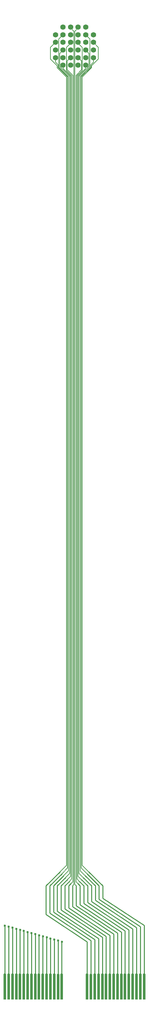
<source format=gbl>
G04*
G04 #@! TF.GenerationSoftware,Altium Limited,Altium Designer,26.1.1 (7)*
G04*
G04 Layer_Physical_Order=2*
G04 Layer_Color=16711680*
%FSLAX44Y44*%
%MOMM*%
G71*
G04*
G04 #@! TF.SameCoordinates,908419C8-71D5-4A82-9DBF-2F317C54D3F5*
G04*
G04*
G04 #@! TF.FilePolarity,Positive*
G04*
G01*
G75*
%ADD10C,0.2540*%
%ADD12C,0.1270*%
%ADD13C,1.4000*%
%ADD14C,0.6000*%
%ADD15R,0.7000X4.0000*%
%ADD16C,0.7000*%
D10*
X1243750Y458118D02*
X1243964Y458332D01*
X1243750Y348826D02*
Y458118D01*
X1500663Y348946D02*
Y466789D01*
X1430663Y348946D02*
Y446838D01*
X1540663Y348946D02*
Y478188D01*
X1460663Y348946D02*
Y455388D01*
X1520663Y348946D02*
Y472488D01*
X1390663Y348946D02*
Y435438D01*
X1440663Y348946D02*
Y449688D01*
X1410663Y348946D02*
Y441139D01*
X1480663Y348946D02*
Y461088D01*
X1450663Y348946D02*
Y452538D01*
X1470663Y348946D02*
Y458238D01*
X1530663Y348946D02*
Y475338D01*
X1510663Y348946D02*
Y469638D01*
X1490663Y348946D02*
Y463938D01*
X1420663Y348946D02*
Y443988D01*
X1400663Y348519D02*
Y438289D01*
X1313750Y438169D02*
X1314177Y438596D01*
X1313750Y348399D02*
Y438169D01*
X1263750Y452418D02*
X1264025Y452693D01*
X1293750Y348826D02*
Y443869D01*
X1223750Y348826D02*
Y463818D01*
X1293750Y443869D02*
X1294116Y444235D01*
X1203750Y348826D02*
Y469519D01*
X1183750Y348826D02*
Y475218D01*
X1233750Y460968D02*
X1233933Y461151D01*
X1263750Y348826D02*
Y452418D01*
X1303750Y441019D02*
X1304147Y441415D01*
X1273750Y449568D02*
X1274055Y449874D01*
X1233750Y348826D02*
Y460968D01*
X1323750Y435318D02*
X1324208Y435776D01*
X1303750Y348826D02*
Y441019D01*
X1273750Y348826D02*
Y449568D01*
X1323750Y348826D02*
Y435318D01*
X1253750Y455268D02*
X1253994Y455513D01*
X1193750Y348826D02*
Y472368D01*
X1283750Y446718D02*
X1284086Y447054D01*
X1253750Y348826D02*
Y455268D01*
X1173750Y348826D02*
Y478068D01*
X1283750Y348826D02*
Y446718D01*
X1213750Y348826D02*
Y466669D01*
X1361958Y530082D02*
Y582276D01*
Y530082D02*
X1470663Y458238D01*
X1360484Y583750D02*
X1361958Y582276D01*
X1401958Y541360D02*
Y582276D01*
X1411958Y544180D02*
Y582276D01*
X1421958Y546999D02*
Y582276D01*
X1431958Y549819D02*
Y582276D01*
X1365666Y588568D02*
X1371958Y582276D01*
X1370166Y594069D02*
X1381958Y582277D01*
X1375234Y599000D02*
X1391958Y582276D01*
X1380234Y604000D02*
X1401958Y582276D01*
X1385234Y609000D02*
X1411958Y582276D01*
X1389984Y614250D02*
X1421958Y582276D01*
X1394916Y619318D02*
X1431958Y582276D01*
X1341958D02*
X1348250Y588568D01*
X1331958Y582276D02*
X1343750Y594068D01*
X1321958Y582276D02*
X1338682Y599000D01*
X1311958Y582276D02*
X1333682Y604000D01*
X1301958Y582276D02*
X1328682Y609000D01*
X1291958Y582276D02*
X1323932Y614250D01*
X1281958Y582276D02*
X1319000Y619318D01*
X1281958Y507527D02*
X1390663Y435438D01*
X1291958Y510346D02*
X1400235Y438716D01*
X1301958Y513166D02*
X1410663Y441139D01*
X1281958Y507527D02*
Y582276D01*
X1291958Y510346D02*
Y582276D01*
X1301958Y513166D02*
Y582276D01*
X1311958Y515985D02*
Y582276D01*
X1321958Y518805D02*
Y582276D01*
X1331958Y521624D02*
Y582276D01*
X1341958Y524443D02*
Y582276D01*
X1351958Y527263D02*
Y582276D01*
X1353432Y583750D01*
X1311958Y515985D02*
X1420663Y443988D01*
X1321958Y518805D02*
X1430663Y446838D01*
X1331958Y521624D02*
X1440663Y449688D01*
X1341958Y524443D02*
X1450663Y452538D01*
X1351958Y527263D02*
X1460663Y455388D01*
X1371958Y532902D02*
X1480663Y461088D01*
X1381958Y535721D02*
X1490663Y463938D01*
X1391958Y538541D02*
X1500663Y466788D01*
X1401958Y541360D02*
X1510663Y469638D01*
X1411958Y544180D02*
X1520663Y472488D01*
X1421958Y546999D02*
X1530663Y475338D01*
X1431958Y549819D02*
X1540663Y478189D01*
X1371958Y532902D02*
Y582276D01*
X1381958Y535721D02*
Y582277D01*
X1391958Y538541D02*
Y582277D01*
D12*
X1366958Y2835276D02*
Y2837276D01*
X1358323Y2826641D02*
X1366958Y2835276D01*
X1358323Y2733700D02*
Y2826641D01*
X1358355Y585880D02*
Y2733668D01*
X1358323Y2733700D02*
X1358355Y2733668D01*
Y585879D02*
X1360484Y583750D01*
X1361149Y593085D02*
X1365666Y588568D01*
X1363958Y600276D02*
X1370166Y594069D01*
X1353432Y583750D02*
X1355561Y585879D01*
X1348250Y588568D02*
X1352767Y593085D01*
X1343750Y594069D02*
X1349973Y600291D01*
X1338682Y599001D02*
X1347179Y607497D01*
X1333682Y604000D02*
X1344385Y614703D01*
X1328682Y609001D02*
X1341591Y621909D01*
X1323932Y614250D02*
X1338797Y629115D01*
X1319000Y619318D02*
X1336003Y636321D01*
X1344385Y614703D02*
Y2707637D01*
X1352767Y593086D02*
Y2710737D01*
X1349973Y600291D02*
Y2709471D01*
X1347179Y607497D02*
Y2709055D01*
X1355561Y585880D02*
Y2733668D01*
X1355593Y2733700D01*
X1341591Y621909D02*
Y2707221D01*
X1338797Y2704301D02*
X1338797Y629115D01*
X1336003Y636321D02*
Y2706388D01*
X1338797Y2704276D02*
Y2706805D01*
X1335958Y2723487D02*
X1349973Y2709471D01*
X1338228Y2725276D02*
X1352767Y2710737D01*
X1366737Y607497D02*
X1375234Y599001D01*
X1369531Y614703D02*
X1380234Y604000D01*
X1372325Y621909D02*
X1385234Y609001D01*
X1375119Y629115D02*
X1389984Y614250D01*
X1377913Y636321D02*
X1394916Y619318D01*
X1361149Y593086D02*
Y2710737D01*
X1363943Y2709276D02*
X1363943Y600276D01*
X1366737Y607497D02*
Y2709055D01*
X1369531Y614703D02*
Y2707637D01*
X1372325Y621909D02*
Y2707221D01*
X1375119Y629115D02*
X1375119Y2704301D01*
X1402404Y2730879D02*
Y2735722D01*
X1377913Y2706388D02*
X1402404Y2730879D01*
X1366737Y2709055D02*
X1385959Y2728276D01*
X1375119Y2706805D02*
X1400134Y2731819D01*
X1372325Y2707221D02*
X1397864Y2732759D01*
X1369531Y2707637D02*
X1395594Y2733700D01*
X1385959Y2728276D02*
Y2728641D01*
Y2728276D02*
Y2736277D01*
X1400134Y2731819D02*
Y2738452D01*
X1311513Y2730879D02*
Y2735722D01*
Y2730879D02*
X1336003Y2706388D01*
X1327958Y2728276D02*
X1347179Y2709055D01*
X1313783Y2731819D02*
X1338797Y2706805D01*
X1316053Y2732759D02*
X1341591Y2707221D01*
X1318323Y2733700D02*
X1344385Y2707637D01*
X1327958Y2728276D02*
Y2728641D01*
Y2728276D02*
Y2736277D01*
X1377913Y636321D02*
Y2706388D01*
X1375119Y2704276D02*
Y2706805D01*
X1363943Y2709276D02*
Y2709471D01*
X1377959Y2723487D01*
X1361149Y2710737D02*
X1375689Y2725276D01*
X1313783Y2731819D02*
Y2738452D01*
X1326958Y2737276D02*
X1327958Y2736277D01*
X1385959Y2736277D02*
X1386958Y2737276D01*
X1375689Y2725276D02*
Y2748546D01*
X1338228Y2725276D02*
Y2748546D01*
X1316053Y2732759D02*
Y2749635D01*
X1397864Y2732759D02*
Y2749635D01*
X1306958Y2745276D02*
X1313783Y2738452D01*
X1400134D02*
X1406959Y2745276D01*
X1318323Y2733700D02*
Y2750576D01*
X1395594Y2733700D02*
Y2750576D01*
X1402404Y2735722D02*
X1419959Y2753276D01*
X1293958D02*
Y2784276D01*
Y2753276D02*
X1311513Y2735722D01*
X1306958Y2745276D02*
Y2757276D01*
X1306958Y2757276D01*
X1315958Y2749730D02*
X1316053Y2749635D01*
X1318228Y2750670D02*
Y2767546D01*
Y2750670D02*
X1318323Y2750576D01*
X1335958Y2723487D02*
Y2784276D01*
X1338228Y2748546D02*
X1346958Y2757276D01*
X1346958D01*
X1366958D02*
X1366958D01*
X1373064Y2751170D01*
X1373064D01*
X1375689Y2748546D01*
X1377959Y2723487D02*
Y2784276D01*
X1395594Y2750576D02*
X1395689Y2750670D01*
Y2767546D01*
X1397864Y2749635D02*
X1397959Y2749730D01*
X1406958Y2745277D02*
Y2757276D01*
Y2745277D02*
X1406959Y2745276D01*
X1419959Y2753276D02*
Y2784276D01*
X1293958D02*
X1306958Y2797276D01*
X1315958Y2749730D02*
Y2806277D01*
X1318228Y2767546D02*
X1326958Y2776277D01*
Y2777276D01*
X1335958Y2784276D02*
X1346958Y2795276D01*
Y2797276D01*
X1355593Y2733700D02*
Y2826641D01*
X1366958Y2795277D02*
Y2797276D01*
Y2795277D02*
X1377959Y2784276D01*
X1386958Y2776277D02*
Y2777276D01*
Y2776277D02*
X1395689Y2767546D01*
X1397959Y2749730D02*
Y2806277D01*
X1406958Y2797276D02*
X1419958Y2784276D01*
X1419959D01*
X1306958Y2797276D02*
X1306958D01*
X1315958Y2806277D02*
X1326958Y2817276D01*
X1346958Y2835276D02*
Y2837276D01*
Y2835276D02*
X1355593Y2826641D01*
X1386958Y2817276D02*
X1397958Y2806277D01*
X1397959D01*
D13*
X1306958Y2817276D02*
D03*
Y2777276D02*
D03*
Y2757276D02*
D03*
X1326958Y2737276D02*
D03*
Y2757276D02*
D03*
Y2777276D02*
D03*
Y2797276D02*
D03*
Y2817276D02*
D03*
X1326958Y2837276D02*
D03*
X1346958Y2737276D02*
D03*
Y2757276D02*
D03*
Y2777276D02*
D03*
Y2797276D02*
D03*
Y2817276D02*
D03*
Y2837276D02*
D03*
X1366958Y2737276D02*
D03*
Y2757276D02*
D03*
Y2777276D02*
D03*
Y2797276D02*
D03*
Y2817276D02*
D03*
Y2837276D02*
D03*
X1386958Y2737276D02*
D03*
Y2757276D02*
D03*
Y2777276D02*
D03*
Y2797276D02*
D03*
Y2817276D02*
D03*
Y2837276D02*
D03*
X1406958Y2777276D02*
D03*
Y2757276D02*
D03*
Y2817276D02*
D03*
Y2797276D02*
D03*
X1306958D02*
D03*
D14*
X1243964Y458332D02*
D03*
X1324208Y435776D02*
D03*
X1314177Y438596D02*
D03*
X1304147Y441415D02*
D03*
X1294116Y444235D02*
D03*
X1284086Y447054D02*
D03*
X1274055Y449874D02*
D03*
X1264025Y452693D02*
D03*
X1253994Y455513D02*
D03*
X1233933Y461151D02*
D03*
X1173750Y478068D02*
D03*
X1193811Y472429D02*
D03*
X1203842Y469610D02*
D03*
X1223903Y463971D02*
D03*
X1213872Y466791D02*
D03*
X1183781Y475249D02*
D03*
D15*
X1420663Y303620D02*
D03*
X1390663D02*
D03*
X1480663D02*
D03*
X1450663D02*
D03*
X1510663D02*
D03*
X1440663D02*
D03*
X1410663D02*
D03*
X1500663D02*
D03*
X1540663D02*
D03*
X1470663D02*
D03*
X1400663D02*
D03*
X1460663D02*
D03*
X1530663D02*
D03*
X1430663D02*
D03*
X1490663D02*
D03*
X1520663D02*
D03*
X1243750Y303500D02*
D03*
X1183750D02*
D03*
X1323750D02*
D03*
X1303750D02*
D03*
X1273750D02*
D03*
X1213750D02*
D03*
X1313750D02*
D03*
X1283750D02*
D03*
X1253750D02*
D03*
X1193750D02*
D03*
X1223750D02*
D03*
X1293750D02*
D03*
X1233750D02*
D03*
X1263750D02*
D03*
X1203750D02*
D03*
X1173750D02*
D03*
D16*
X1243750D02*
Y348826D01*
X1540663Y303620D02*
Y348946D01*
X1530663Y303620D02*
Y348946D01*
X1520663Y303620D02*
Y348946D01*
X1510663Y303620D02*
Y348946D01*
X1500663Y303620D02*
Y348946D01*
X1490663Y303620D02*
Y348946D01*
X1480663Y303620D02*
Y348946D01*
X1470663Y303620D02*
Y348946D01*
X1460663Y303620D02*
Y348946D01*
X1450663Y303620D02*
Y348946D01*
X1440663Y303620D02*
Y348946D01*
X1430663Y303620D02*
Y348946D01*
X1420663Y303620D02*
Y348946D01*
X1410663Y303620D02*
Y348946D01*
X1400663Y303620D02*
Y348519D01*
X1390663Y303620D02*
Y348946D01*
X1323750Y303500D02*
Y348826D01*
X1313750Y303500D02*
Y348399D01*
X1303750Y303500D02*
Y348826D01*
X1293750Y303500D02*
Y348826D01*
X1283750Y303500D02*
Y348826D01*
X1273750Y303500D02*
Y348826D01*
X1263750Y303500D02*
Y348826D01*
X1253750Y303500D02*
Y348826D01*
X1233750Y303500D02*
Y348826D01*
X1223750Y303500D02*
Y348826D01*
X1213750Y303500D02*
Y348826D01*
X1203750Y303500D02*
Y348826D01*
X1193750Y303500D02*
Y348826D01*
X1183750Y303500D02*
Y348826D01*
X1173750Y303500D02*
Y348826D01*
M02*

</source>
